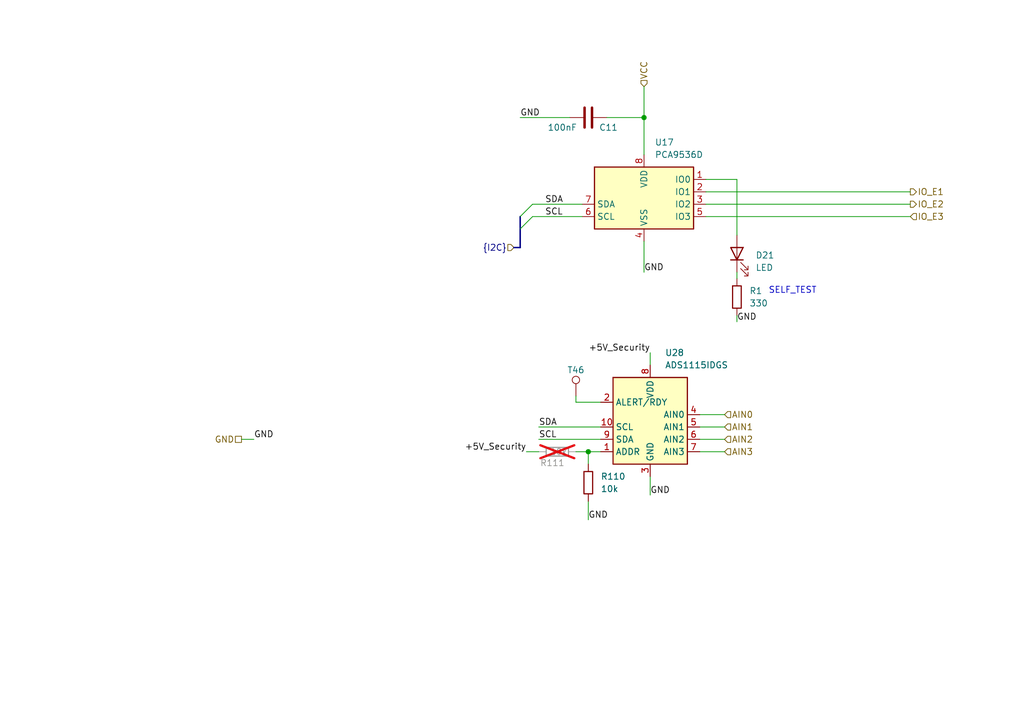
<source format=kicad_sch>
(kicad_sch (version 20231120) (generator "eeschema") (generator_version "8.0")
  (paper "A5")
  (title_block (title "IO Extender") (date "2024-04-17") (rev "1.0"))
  (lib_symbols
    (symbol "Analog_ADC:ADS1115IDGS"
      (property "Reference" "U" (at 2.54 13.97 0))
      (property "Value" "ADS1115IDGS" (at 7.62 11.43 0))
      (symbol "ADS1115IDGS_0_1"
        (rectangle (start -7.62 10.16) (end 7.62 -7.62) (stroke (width 0.254)) (fill (type background)))
      )
      (symbol "ADS1115IDGS_1_1"
        (pin input line (at 10.16 -5.08 180) (length 2.54) (name "ADDR") (number "1"))
        (pin input line (at 10.16 0 180) (length 2.54) (name "SCL") (number "10"))
        (pin output line (at 10.16 5.08 180) (length 2.54) (name "ALERT/RDY") (number "2"))
        (pin power_in line (at 0 -10.16 90) (length 2.54) (name "GND") (number "3"))
        (pin input line (at -10.16 2.54 0) (length 2.54) (name "AIN0") (number "4"))
        (pin input line (at -10.16 0 0) (length 2.54) (name "AIN1") (number "5"))
        (pin input line (at -10.16 -2.54 0) (length 2.54) (name "AIN2") (number "6"))
        (pin input line (at -10.16 -5.08 0) (length 2.54) (name "AIN3") (number "7"))
        (pin power_in line (at 0 12.7 270) (length 2.54) (name "VDD") (number "8"))
        (pin bidirectional line (at 10.16 -2.54 180) (length 2.54) (name "SDA") (number "9"))
      )
    )
    (symbol "Connector:TestPoint" (pin_numbers hide) (pin_names (offset 0.762) hide)
      (property "Reference" "TP" (at 0 6.858 0))
      (property "Value" "TestPoint" (at 0 5.08 0))
      (symbol "TestPoint_0_1"
        (circle (center 0 3.302) (radius 0.762))
      )
      (symbol "TestPoint_1_1"
        (pin passive line (at 0 0 90) (length 2.54) (name "1") (number "1"))
      )
    )
    (symbol "Device:C" (pin_numbers hide) (pin_names (offset 0.254))
      (property "Reference" "C" (at 0.635 2.54 0))
      (property "Value" "C" (at 0.635 -2.54 0))
      (symbol "C_0_1"
        (polyline (pts (xy -2.032 -0.762) (xy 2.032 -0.762)) (stroke (width 0.508)))
        (polyline (pts (xy -2.032 0.762) (xy 2.032 0.762)) (stroke (width 0.508)))
      )
      (symbol "C_1_1"
        (pin passive line (at 0 3.81 270) (length 2.794) (name "~") (number "1"))
        (pin passive line (at 0 -3.81 90) (length 2.794) (name "~") (number "2"))
      )
    )
    (symbol "Device:LED" (pin_numbers hide) (pin_names (offset 1.016) hide)
      (property "Reference" "D" (at 0 2.54 0))
      (property "Value" "LED" (at 0 -2.54 0))
      (symbol "LED_0_1"
        (polyline (pts (xy -1.27 -1.27) (xy -1.27 1.27)) (stroke (width 0.254)))
        (polyline (pts (xy -1.27 0) (xy 1.27 0)))
        (polyline (pts (xy 1.27 -1.27) (xy 1.27 1.27) (xy -1.27 0) (xy 1.27 -1.27)) (stroke (width 0.254)))
        (polyline (pts (xy -3.048 -0.762) (xy -4.572 -2.286) (xy -3.81 -2.286) (xy -4.572 -2.286) (xy -4.572 -1.524)))
        (polyline (pts (xy -1.778 -0.762) (xy -3.302 -2.286) (xy -2.54 -2.286) (xy -3.302 -2.286) (xy -3.302 -1.524)))
      )
      (symbol "LED_1_1"
        (pin passive line (at -3.81 0 0) (length 2.54) (name "K") (number "1"))
        (pin passive line (at 3.81 0 180) (length 2.54) (name "A") (number "2"))
      )
    )
    (symbol "Interface_Expansion:PCA9536D"
      (property "Reference" "U" (at -8.89 6.35 0))
      (property "Value" "PCA9536D" (at 6.35 6.35 0))
      (symbol "PCA9536D_0_1"
        (rectangle (start -10.16 5.08) (end 10.16 -7.62) (stroke (width 0.254)) (fill (type background)))
      )
      (symbol "PCA9536D_1_1"
        (pin bidirectional line (at 12.7 2.54 180) (length 2.54) (name "IO0") (number "1"))
        (pin bidirectional line (at 12.7 0 180) (length 2.54) (name "IO1") (number "2"))
        (pin bidirectional line (at 12.7 -2.54 180) (length 2.54) (name "IO2") (number "3"))
        (pin power_in line (at 0 -10.16 90) (length 2.54) (name "VSS") (number "4"))
        (pin bidirectional line (at 12.7 -5.08 180) (length 2.54) (name "IO3") (number "5"))
        (pin input line (at -12.7 -5.08 0) (length 2.54) (name "SCL") (number "6"))
        (pin bidirectional line (at -12.7 -2.54 0) (length 2.54) (name "SDA") (number "7"))
        (pin power_in line (at 0 7.62 270) (length 2.54) (name "VDD") (number "8"))
      )
    )
    (symbol "PCM_SL_Devices:Resistor_0.5W"
      (property "Reference" "R" (at 0 5.08 0))
      (property "Value" "Resistor_0.5W" (at 0 2.54 0))
      (symbol "Resistor_0.5W_0_1"
        (rectangle (start -2.286 0.889) (end 2.286 -0.889) (stroke (width 0.24)))
      )
      (symbol "Resistor_0.5W_1_1"
        (pin passive line (at -3.81 0 0) (length 1.5) (name "") (number "1"))
        (pin passive line (at 3.81 0 180) (length 1.5) (name "~") (number "2"))
      )
    )
  )
  (junction (at 120.65 92.71))
  (junction (at 132.08 24.13))
  (bus_entry (at 109.22 44.45) (size -2.54 2.54))
  (bus_entry (at 109.22 41.91) (size -2.54 2.54))
  (wire (pts (xy 144.78 44.45) (xy 186.69 44.45)))
  (wire (pts (xy 144.78 41.91) (xy 186.69 41.91)))
  (wire (pts (xy 120.65 102.87) (xy 120.65 106.68)))
  (wire (pts (xy 123.19 82.55) (xy 118.11 82.55)))
  (wire (pts (xy 143.51 85.09) (xy 148.59 85.09)))
  (wire (pts (xy 132.08 49.53) (xy 132.08 55.88)))
  (wire (pts (xy 110.49 90.17) (xy 123.19 90.17)))
  (wire (pts (xy 110.49 87.63) (xy 123.19 87.63)))
  (wire (pts (xy 151.13 64.77) (xy 151.13 66.04)))
  (wire (pts (xy 144.78 36.83) (xy 151.13 36.83)))
  (wire (pts (xy 123.19 92.71) (xy 120.65 92.71)))
  (bus (pts (xy 105.41 50.8) (xy 106.68 50.8)))
  (wire (pts (xy 132.08 24.13) (xy 124.46 24.13)))
  (wire (pts (xy 118.11 92.71) (xy 120.65 92.71)))
  (wire (pts (xy 144.78 39.37) (xy 186.69 39.37)))
  (wire (pts (xy 118.11 82.55) (xy 118.11 81.28)))
  (wire (pts (xy 133.35 97.79) (xy 133.35 101.6)))
  (wire (pts (xy 151.13 36.83) (xy 151.13 48.26)))
  (wire (pts (xy 132.08 17.78) (xy 132.08 24.13)))
  (wire (pts (xy 49.53 90.17) (xy 52.07 90.17)))
  (wire (pts (xy 120.65 92.71) (xy 120.65 95.25)))
  (wire (pts (xy 107.95 92.71) (xy 110.49 92.71)))
  (wire (pts (xy 143.51 90.17) (xy 148.59 90.17)))
  (bus (pts (xy 106.68 50.8) (xy 106.68 46.99)))
  (wire (pts (xy 151.13 55.88) (xy 151.13 57.15)))
  (wire (pts (xy 143.51 87.63) (xy 148.59 87.63)))
  (wire (pts (xy 109.22 44.45) (xy 119.38 44.45)))
  (wire (pts (xy 133.35 72.39) (xy 133.35 74.93)))
  (bus (pts (xy 106.68 46.99) (xy 106.68 44.45)))
  (wire (pts (xy 132.08 31.75) (xy 132.08 24.13)))
  (wire (pts (xy 143.51 92.71) (xy 148.59 92.71)))
  (wire (pts (xy 106.68 24.13) (xy 116.84 24.13)))
  (wire (pts (xy 109.22 41.91) (xy 119.38 41.91)))
  (text "SELF_TEST" (at 162.56 59.69 0) (effects (font (size 1.27 1.27))))
  (label "GND" (at 151.13 66.04 0))
  (label "+5V_Security" (at 133.35 72.39 180))
  (label "GND" (at 52.07 90.17 0))
  (label "GND" (at 133.35 101.6 0))
  (label "SCL" (at 110.49 90.17 0))
  (label "SDA" (at 111.76 41.91 0))
  (label "SDA" (at 110.49 87.63 0))
  (label "GND" (at 106.68 24.13 0))
  (label "GND" (at 132.08 55.88 0))
  (label "SCL" (at 111.76 44.45 0))
  (label "GND" (at 120.65 106.68 0))
  (label "+5V_Security" (at 107.95 92.71 180))
  (hierarchical_label "AIN0" (shape input) (at 148.59 85.09 0))
  (hierarchical_label "{I2C}" (shape input) (at 105.41 50.8 180))
  (hierarchical_label "IO_E2" (shape output) (at 186.69 41.91 0))
  (hierarchical_label "IO_E3" (shape input) (at 186.69 44.45 0))
  (hierarchical_label "VCC" (shape input) (at 132.08 17.78 90))
  (hierarchical_label "IO_E1" (shape output) (at 186.69 39.37 0))
  (hierarchical_label "AIN2" (shape input) (at 148.59 90.17 0))
  (hierarchical_label "AIN1" (shape input) (at 148.59 87.63 0))
  (hierarchical_label "GND" (shape passive) (at 49.53 90.17 180))
  (hierarchical_label "AIN3" (shape input) (at 148.59 92.71 0))
  (symbol (lib_id "PCM_SL_Devices:Resistor_0.5W") (at 120.65 99.06 270) (unit 1)
    (property "Reference" "R110" (at 123.19 97.7899 90) (effects (justify left)))
    (property "Value" "10k" (at 123.19 100.3299 90) (effects (justify left)))
    (property "Footprint" "Resistor_SMD:R_0603_1608Metric" (effects (hide yes)))
  )
  (symbol (lib_id "Analog_ADC:ADS1115IDGS") (at 133.35 87.63 0) (mirror y) (unit 1)
    (property "Reference" "U28" (at 136.3665 72.39 0) (effects (justify right)))
    (property "Value" "ADS1115IDGS" (at 136.3665 74.93 0) (effects (justify right)))
    (property "Footprint" "Package_SO:TSSOP-10_3x3mm_P0.5mm" (effects (hide yes)))
    (property "Datasheet" "http://www.ti.com/lit/ds/symlink/ads1113.pdf" (effects (hide yes)))
    (property "Description" "Ultra-Small, Low-Power, I2C-Compatible, 860-SPS, 16-Bit ADCs With Internal Reference, Oscillator, and Programmable Comparator, VSSOP-10" (effects (hide yes)))
  )
  (symbol (lib_id "PCM_SL_Devices:Resistor_0.5W") (at 114.3 92.71 0) (unit 1) (in_bom no) (dnp yes)
    (property "Reference" "R111" (at 113.284 94.996 0))
    (property "Value" "10k" (at 114.554 92.71 0))
    (property "Footprint" "Resistor_SMD:R_0603_1608Metric" (effects (hide yes)))
  )
  (symbol (lib_id "Interface_Expansion:PCA9536D") (at 132.08 39.37 0) (unit 1)
    (property "Reference" "U17" (at 134.2741 29.21 0) (effects (justify left)))
    (property "Value" "PCA9536D" (at 134.2741 31.75 0) (effects (justify left)))
    (property "Footprint" "Package_SO:SOIC-8_3.9x4.9mm_P1.27mm" (effects (hide yes)))
    (property "Datasheet" "http://www.nxp.com/docs/en/data-sheet/PCA9536.pdf" (effects (hide yes)))
    (property "Description" "4-bit I2C-bus and SMBus IO port, SOIC-8" (effects (hide yes)))
  )
  (symbol (lib_id "PCM_SL_Devices:Resistor_0.5W") (at 151.13 60.96 270) (unit 1)
    (property "Reference" "R1" (at 153.67 59.6899 90) (effects (justify left)))
    (property "Value" "330" (at 153.67 62.2299 90) (effects (justify left)))
    (property "Footprint" "Resistor_SMD:R_0603_1608Metric" (effects (hide yes)))
  )
  (symbol (lib_id "Connector:TestPoint") (at 118.11 81.28 0) (unit 1)
    (property "Reference" "T46" (at 118.11 75.946 0))
    (property "Value" "TP" (effects (hide yes)))
    (property "Footprint" "TestPoint:TestPoint_Pad_D1.0mm" (effects (hide yes)))
    (property "Description" "test point" (effects (hide yes)))
  )
  (symbol (lib_id "Device:LED") (at 151.13 52.07 90) (unit 1)
    (property "Reference" "D21" (at 154.94 52.3874 90) (effects (justify right)))
    (property "Value" "LED" (at 154.94 54.9274 90) (effects (justify right)))
    (property "Footprint" "LED_SMD:LED_0603_1608Metric" (effects (hide yes)))
  )
  (symbol (lib_id "Device:C") (at 120.65 24.13 90) (unit 1)
    (property "Reference" "C11" (at 126.746 26.162 90) (effects (justify left)))
    (property "Value" "100nF" (at 118.364 26.162 90) (effects (justify left)))
    (property "Footprint" "Capacitor_SMD:C_0603_1608Metric" (effects (hide yes)))
  )
)
</source>
